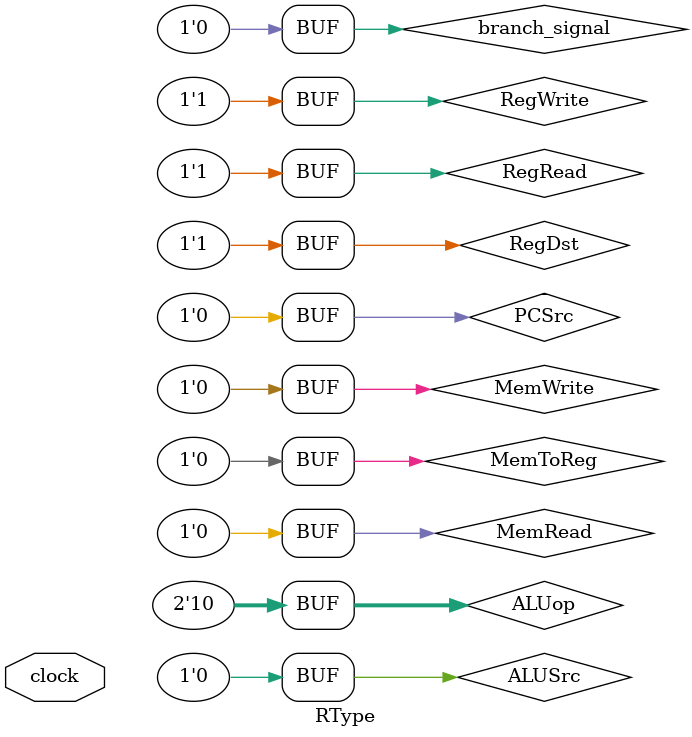
<source format=v>
/* MIPS Core Module is the centre of all operations that handles all the operations and instantiates
   all the necessary modules
*/
`include "Register_read_write.v"
`include "../Module 1 - ALU/ALU32bit.v"
`include "../Module 2 - ALU Control/ALUcontrol.v"
`include "Instruction_read.v"
`include "Memory_read_write.v"
`include "../Module 3 - Instruction Fetch/parse_instruction.v"


module RType(clock);

    input clock;   // Execution happens only at positive level-transition (edge sensitive)
	
    // Program counter
    reg[31:0] PC = 32'b0; 
	
    // Instruction
    wire [31:0] instruction;
	
    // Parse instruction
    wire [5:0] funct;
    wire [4:0] rs, rt, rd, shamt;
    wire [25:0] address;
    wire [31:0] immediate;
    wire [5:0] opcode;
	wire [3:0] ALUInput;
	
    // Signals
    reg RegRead, RegWrite, RegDst;  
    reg MemRead, MemWrite, MemToReg;
    reg branch_signal;
	wire flag;
    reg PCSrc, ALUSrc;
	reg [1:0] ALUop;
	
    // Registers contents
    wire [31:0] write_data, rs_content, rt_content, memory_read_data;
	
	// Control signals for R Type Instruction
	initial begin
	MemRead 		= 1'b0;
    MemWrite 		= 1'b0;
    RegWrite 		= 1'b1;
    RegRead  		= 1'b1;
    RegDst   		= 1'b1;
    branch_signal   = 1'b0;
    ALUSrc   		= 1'b0;
    PCSrc    		= 1'b0;
    MemToReg 		= 1'b0;
	ALUop	 		= 2'b10;
	end
	
    // Instantiating all necessary modules
    read_instructions p1 (instruction, PC);
    parse_instruction p2 (opcode, rs, rt, rd, shamt, funct, immediate, address, instruction, PC);
	alu_control_unit p3 (ALUInput, funct, ALUop);
    ALU32bit p4 (write_data, flag, rs, rt, rs_content, rt_content, immediate, ALUSrc, ALUInput);
    read_write_memory p5 (memory_read_data, write_data, rt_content, opcode, MemRead, MemWrite);
    read_write_registers p6 (rs_content, rt_content, memory_read_data, write_data, rs, rt, rd, opcode, RegRead, RegWrite, RegDst, MemToReg, clock);
	
    // PC operations - The next instruction is read only when the clock is at positive edge
    always @(posedge clock) begin 
        if(branch_signal == 1 & flag == 1) begin
            PC = PC + 1 + $signed(immediate); 
        end
		else
            PC = PC + 1;
    end 
endmodule
</source>
